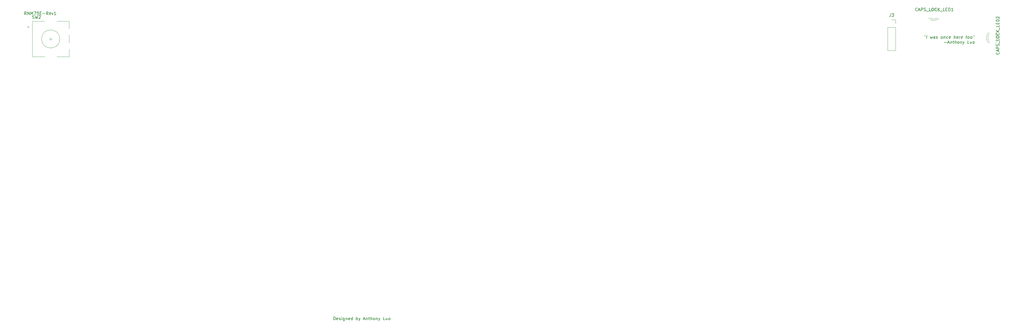
<source format=gbr>
%TF.GenerationSoftware,KiCad,Pcbnew,(5.1.9)-1*%
%TF.CreationDate,2021-05-17T13:38:32-04:00*%
%TF.ProjectId,rnm-75E,726e6d2d-3735-4452-9e6b-696361645f70,rev?*%
%TF.SameCoordinates,Original*%
%TF.FileFunction,Legend,Top*%
%TF.FilePolarity,Positive*%
%FSLAX46Y46*%
G04 Gerber Fmt 4.6, Leading zero omitted, Abs format (unit mm)*
G04 Created by KiCad (PCBNEW (5.1.9)-1) date 2021-05-17 13:38:32*
%MOMM*%
%LPD*%
G01*
G04 APERTURE LIST*
%ADD10C,0.150000*%
%ADD11C,0.120000*%
G04 APERTURE END LIST*
D10*
X360935922Y-101427380D02*
X360912113Y-101617857D01*
X361316875Y-101427380D02*
X361293065Y-101617857D01*
X361620446Y-102427380D02*
X361745446Y-101427380D01*
X362846636Y-101760714D02*
X362953779Y-102427380D01*
X363203779Y-101951190D01*
X363334732Y-102427380D01*
X363608541Y-101760714D01*
X364334732Y-102427380D02*
X364400208Y-101903571D01*
X364364494Y-101808333D01*
X364275208Y-101760714D01*
X364084732Y-101760714D01*
X363983541Y-101808333D01*
X364340684Y-102379761D02*
X364239494Y-102427380D01*
X364001398Y-102427380D01*
X363912113Y-102379761D01*
X363876398Y-102284523D01*
X363888303Y-102189285D01*
X363947827Y-102094047D01*
X364049017Y-102046428D01*
X364287113Y-102046428D01*
X364388303Y-101998809D01*
X364769255Y-102379761D02*
X364858541Y-102427380D01*
X365049017Y-102427380D01*
X365150208Y-102379761D01*
X365209732Y-102284523D01*
X365215684Y-102236904D01*
X365179970Y-102141666D01*
X365090684Y-102094047D01*
X364947827Y-102094047D01*
X364858541Y-102046428D01*
X364822827Y-101951190D01*
X364828779Y-101903571D01*
X364888303Y-101808333D01*
X364989494Y-101760714D01*
X365132351Y-101760714D01*
X365221636Y-101808333D01*
X366525208Y-102427380D02*
X366435922Y-102379761D01*
X366394255Y-102332142D01*
X366358541Y-102236904D01*
X366394255Y-101951190D01*
X366453779Y-101855952D01*
X366507351Y-101808333D01*
X366608541Y-101760714D01*
X366751398Y-101760714D01*
X366840684Y-101808333D01*
X366882351Y-101855952D01*
X366918065Y-101951190D01*
X366882351Y-102236904D01*
X366822827Y-102332142D01*
X366769255Y-102379761D01*
X366668065Y-102427380D01*
X366525208Y-102427380D01*
X367370446Y-101760714D02*
X367287113Y-102427380D01*
X367358541Y-101855952D02*
X367412113Y-101808333D01*
X367513303Y-101760714D01*
X367656160Y-101760714D01*
X367745446Y-101808333D01*
X367781160Y-101903571D01*
X367715684Y-102427380D01*
X368626398Y-102379761D02*
X368525208Y-102427380D01*
X368334732Y-102427380D01*
X368245446Y-102379761D01*
X368203779Y-102332142D01*
X368168065Y-102236904D01*
X368203779Y-101951190D01*
X368263303Y-101855952D01*
X368316875Y-101808333D01*
X368418065Y-101760714D01*
X368608541Y-101760714D01*
X368697827Y-101808333D01*
X369435922Y-102379761D02*
X369334732Y-102427380D01*
X369144255Y-102427380D01*
X369054970Y-102379761D01*
X369019255Y-102284523D01*
X369066875Y-101903571D01*
X369126398Y-101808333D01*
X369227589Y-101760714D01*
X369418065Y-101760714D01*
X369507351Y-101808333D01*
X369543065Y-101903571D01*
X369531160Y-101998809D01*
X369043065Y-102094047D01*
X370668065Y-102427380D02*
X370793065Y-101427380D01*
X371096636Y-102427380D02*
X371162113Y-101903571D01*
X371126398Y-101808333D01*
X371037113Y-101760714D01*
X370894255Y-101760714D01*
X370793065Y-101808333D01*
X370739494Y-101855952D01*
X371959732Y-102379761D02*
X371858541Y-102427380D01*
X371668065Y-102427380D01*
X371578779Y-102379761D01*
X371543065Y-102284523D01*
X371590684Y-101903571D01*
X371650208Y-101808333D01*
X371751398Y-101760714D01*
X371941875Y-101760714D01*
X372031160Y-101808333D01*
X372066875Y-101903571D01*
X372054970Y-101998809D01*
X371566875Y-102094047D01*
X372429970Y-102427380D02*
X372513303Y-101760714D01*
X372489494Y-101951190D02*
X372549017Y-101855952D01*
X372602589Y-101808333D01*
X372703779Y-101760714D01*
X372799017Y-101760714D01*
X373435922Y-102379761D02*
X373334732Y-102427380D01*
X373144255Y-102427380D01*
X373054970Y-102379761D01*
X373019255Y-102284523D01*
X373066875Y-101903571D01*
X373126398Y-101808333D01*
X373227589Y-101760714D01*
X373418065Y-101760714D01*
X373507351Y-101808333D01*
X373543065Y-101903571D01*
X373531160Y-101998809D01*
X373043065Y-102094047D01*
X374608541Y-101760714D02*
X374989494Y-101760714D01*
X374793065Y-101427380D02*
X374685922Y-102284523D01*
X374721636Y-102379761D01*
X374810922Y-102427380D01*
X374906160Y-102427380D01*
X375382351Y-102427380D02*
X375293065Y-102379761D01*
X375251398Y-102332142D01*
X375215684Y-102236904D01*
X375251398Y-101951190D01*
X375310922Y-101855952D01*
X375364494Y-101808333D01*
X375465684Y-101760714D01*
X375608541Y-101760714D01*
X375697827Y-101808333D01*
X375739494Y-101855952D01*
X375775208Y-101951190D01*
X375739494Y-102236904D01*
X375679970Y-102332142D01*
X375626398Y-102379761D01*
X375525208Y-102427380D01*
X375382351Y-102427380D01*
X376287113Y-102427380D02*
X376197827Y-102379761D01*
X376156160Y-102332142D01*
X376120446Y-102236904D01*
X376156160Y-101951190D01*
X376215684Y-101855952D01*
X376269255Y-101808333D01*
X376370446Y-101760714D01*
X376513303Y-101760714D01*
X376602589Y-101808333D01*
X376644255Y-101855952D01*
X376679970Y-101951190D01*
X376644255Y-102236904D01*
X376584732Y-102332142D01*
X376531160Y-102379761D01*
X376429970Y-102427380D01*
X376287113Y-102427380D01*
X377126398Y-101427380D02*
X377102589Y-101617857D01*
X377507351Y-101427380D02*
X377483541Y-101617857D01*
X367429970Y-103696428D02*
X368191875Y-103696428D01*
X368608541Y-103791666D02*
X369084732Y-103791666D01*
X368477589Y-104077380D02*
X368935922Y-103077380D01*
X369144255Y-104077380D01*
X369560922Y-103410714D02*
X369477589Y-104077380D01*
X369549017Y-103505952D02*
X369602589Y-103458333D01*
X369703779Y-103410714D01*
X369846636Y-103410714D01*
X369935922Y-103458333D01*
X369971636Y-103553571D01*
X369906160Y-104077380D01*
X370322827Y-103410714D02*
X370703779Y-103410714D01*
X370507351Y-103077380D02*
X370400208Y-103934523D01*
X370435922Y-104029761D01*
X370525208Y-104077380D01*
X370620446Y-104077380D01*
X370953779Y-104077380D02*
X371078779Y-103077380D01*
X371382351Y-104077380D02*
X371447827Y-103553571D01*
X371412113Y-103458333D01*
X371322827Y-103410714D01*
X371179970Y-103410714D01*
X371078779Y-103458333D01*
X371025208Y-103505952D01*
X372001398Y-104077380D02*
X371912113Y-104029761D01*
X371870446Y-103982142D01*
X371834732Y-103886904D01*
X371870446Y-103601190D01*
X371929970Y-103505952D01*
X371983541Y-103458333D01*
X372084732Y-103410714D01*
X372227589Y-103410714D01*
X372316875Y-103458333D01*
X372358541Y-103505952D01*
X372394255Y-103601190D01*
X372358541Y-103886904D01*
X372299017Y-103982142D01*
X372245446Y-104029761D01*
X372144255Y-104077380D01*
X372001398Y-104077380D01*
X372846636Y-103410714D02*
X372763303Y-104077380D01*
X372834732Y-103505952D02*
X372888303Y-103458333D01*
X372989494Y-103410714D01*
X373132351Y-103410714D01*
X373221636Y-103458333D01*
X373257351Y-103553571D01*
X373191875Y-104077380D01*
X373656160Y-103410714D02*
X373810922Y-104077380D01*
X374132351Y-103410714D02*
X373810922Y-104077380D01*
X373685922Y-104315476D01*
X373632351Y-104363095D01*
X373531160Y-104410714D01*
X375668065Y-104077380D02*
X375191875Y-104077380D01*
X375316875Y-103077380D01*
X376513303Y-103410714D02*
X376429970Y-104077380D01*
X376084732Y-103410714D02*
X376019255Y-103934523D01*
X376054970Y-104029761D01*
X376144255Y-104077380D01*
X376287113Y-104077380D01*
X376388303Y-104029761D01*
X376441875Y-103982142D01*
X377049017Y-104077380D02*
X376959732Y-104029761D01*
X376918065Y-103982142D01*
X376882351Y-103886904D01*
X376918065Y-103601190D01*
X376977589Y-103505952D01*
X377031160Y-103458333D01*
X377132351Y-103410714D01*
X377275208Y-103410714D01*
X377364494Y-103458333D01*
X377406160Y-103505952D01*
X377441875Y-103601190D01*
X377406160Y-103886904D01*
X377346636Y-103982142D01*
X377293065Y-104029761D01*
X377191875Y-104077380D01*
X377049017Y-104077380D01*
X63718511Y-94521130D02*
X63385178Y-94044940D01*
X63147083Y-94521130D02*
X63147083Y-93521130D01*
X63528035Y-93521130D01*
X63623273Y-93568750D01*
X63670892Y-93616369D01*
X63718511Y-93711607D01*
X63718511Y-93854464D01*
X63670892Y-93949702D01*
X63623273Y-93997321D01*
X63528035Y-94044940D01*
X63147083Y-94044940D01*
X64147083Y-94521130D02*
X64147083Y-93521130D01*
X64718511Y-94521130D01*
X64718511Y-93521130D01*
X65194702Y-94521130D02*
X65194702Y-93521130D01*
X65528035Y-94235416D01*
X65861369Y-93521130D01*
X65861369Y-94521130D01*
X66242321Y-93521130D02*
X66908988Y-93521130D01*
X66480416Y-94521130D01*
X67766130Y-93521130D02*
X67289940Y-93521130D01*
X67242321Y-93997321D01*
X67289940Y-93949702D01*
X67385178Y-93902083D01*
X67623273Y-93902083D01*
X67718511Y-93949702D01*
X67766130Y-93997321D01*
X67813750Y-94092559D01*
X67813750Y-94330654D01*
X67766130Y-94425892D01*
X67718511Y-94473511D01*
X67623273Y-94521130D01*
X67385178Y-94521130D01*
X67289940Y-94473511D01*
X67242321Y-94425892D01*
X68242321Y-93997321D02*
X68575654Y-93997321D01*
X68718511Y-94521130D02*
X68242321Y-94521130D01*
X68242321Y-93521130D01*
X68718511Y-93521130D01*
X69147083Y-94140178D02*
X69908988Y-94140178D01*
X70956607Y-94521130D02*
X70623273Y-94044940D01*
X70385178Y-94521130D02*
X70385178Y-93521130D01*
X70766130Y-93521130D01*
X70861369Y-93568750D01*
X70908988Y-93616369D01*
X70956607Y-93711607D01*
X70956607Y-93854464D01*
X70908988Y-93949702D01*
X70861369Y-93997321D01*
X70766130Y-94044940D01*
X70385178Y-94044940D01*
X71766130Y-94473511D02*
X71670892Y-94521130D01*
X71480416Y-94521130D01*
X71385178Y-94473511D01*
X71337559Y-94378273D01*
X71337559Y-93997321D01*
X71385178Y-93902083D01*
X71480416Y-93854464D01*
X71670892Y-93854464D01*
X71766130Y-93902083D01*
X71813750Y-93997321D01*
X71813750Y-94092559D01*
X71337559Y-94187797D01*
X72147083Y-93854464D02*
X72385178Y-94521130D01*
X72623273Y-93854464D01*
X73528035Y-94521130D02*
X72956607Y-94521130D01*
X73242321Y-94521130D02*
X73242321Y-93521130D01*
X73147083Y-93663988D01*
X73051845Y-93759226D01*
X72956607Y-93806845D01*
X165423345Y-195771880D02*
X165423345Y-194771880D01*
X165661440Y-194771880D01*
X165804297Y-194819500D01*
X165899535Y-194914738D01*
X165947154Y-195009976D01*
X165994773Y-195200452D01*
X165994773Y-195343309D01*
X165947154Y-195533785D01*
X165899535Y-195629023D01*
X165804297Y-195724261D01*
X165661440Y-195771880D01*
X165423345Y-195771880D01*
X166804297Y-195724261D02*
X166709059Y-195771880D01*
X166518583Y-195771880D01*
X166423345Y-195724261D01*
X166375726Y-195629023D01*
X166375726Y-195248071D01*
X166423345Y-195152833D01*
X166518583Y-195105214D01*
X166709059Y-195105214D01*
X166804297Y-195152833D01*
X166851916Y-195248071D01*
X166851916Y-195343309D01*
X166375726Y-195438547D01*
X167232869Y-195724261D02*
X167328107Y-195771880D01*
X167518583Y-195771880D01*
X167613821Y-195724261D01*
X167661440Y-195629023D01*
X167661440Y-195581404D01*
X167613821Y-195486166D01*
X167518583Y-195438547D01*
X167375726Y-195438547D01*
X167280488Y-195390928D01*
X167232869Y-195295690D01*
X167232869Y-195248071D01*
X167280488Y-195152833D01*
X167375726Y-195105214D01*
X167518583Y-195105214D01*
X167613821Y-195152833D01*
X168090011Y-195771880D02*
X168090011Y-195105214D01*
X168090011Y-194771880D02*
X168042392Y-194819500D01*
X168090011Y-194867119D01*
X168137630Y-194819500D01*
X168090011Y-194771880D01*
X168090011Y-194867119D01*
X168994773Y-195105214D02*
X168994773Y-195914738D01*
X168947154Y-196009976D01*
X168899535Y-196057595D01*
X168804297Y-196105214D01*
X168661440Y-196105214D01*
X168566202Y-196057595D01*
X168994773Y-195724261D02*
X168899535Y-195771880D01*
X168709059Y-195771880D01*
X168613821Y-195724261D01*
X168566202Y-195676642D01*
X168518583Y-195581404D01*
X168518583Y-195295690D01*
X168566202Y-195200452D01*
X168613821Y-195152833D01*
X168709059Y-195105214D01*
X168899535Y-195105214D01*
X168994773Y-195152833D01*
X169470964Y-195105214D02*
X169470964Y-195771880D01*
X169470964Y-195200452D02*
X169518583Y-195152833D01*
X169613821Y-195105214D01*
X169756678Y-195105214D01*
X169851916Y-195152833D01*
X169899535Y-195248071D01*
X169899535Y-195771880D01*
X170756678Y-195724261D02*
X170661440Y-195771880D01*
X170470964Y-195771880D01*
X170375726Y-195724261D01*
X170328107Y-195629023D01*
X170328107Y-195248071D01*
X170375726Y-195152833D01*
X170470964Y-195105214D01*
X170661440Y-195105214D01*
X170756678Y-195152833D01*
X170804297Y-195248071D01*
X170804297Y-195343309D01*
X170328107Y-195438547D01*
X171661440Y-195771880D02*
X171661440Y-194771880D01*
X171661440Y-195724261D02*
X171566202Y-195771880D01*
X171375726Y-195771880D01*
X171280488Y-195724261D01*
X171232869Y-195676642D01*
X171185250Y-195581404D01*
X171185250Y-195295690D01*
X171232869Y-195200452D01*
X171280488Y-195152833D01*
X171375726Y-195105214D01*
X171566202Y-195105214D01*
X171661440Y-195152833D01*
X172899535Y-195771880D02*
X172899535Y-194771880D01*
X172899535Y-195152833D02*
X172994773Y-195105214D01*
X173185250Y-195105214D01*
X173280488Y-195152833D01*
X173328107Y-195200452D01*
X173375726Y-195295690D01*
X173375726Y-195581404D01*
X173328107Y-195676642D01*
X173280488Y-195724261D01*
X173185250Y-195771880D01*
X172994773Y-195771880D01*
X172899535Y-195724261D01*
X173709059Y-195105214D02*
X173947154Y-195771880D01*
X174185250Y-195105214D02*
X173947154Y-195771880D01*
X173851916Y-196009976D01*
X173804297Y-196057595D01*
X173709059Y-196105214D01*
X175280488Y-195486166D02*
X175756678Y-195486166D01*
X175185250Y-195771880D02*
X175518583Y-194771880D01*
X175851916Y-195771880D01*
X176185250Y-195105214D02*
X176185250Y-195771880D01*
X176185250Y-195200452D02*
X176232869Y-195152833D01*
X176328107Y-195105214D01*
X176470964Y-195105214D01*
X176566202Y-195152833D01*
X176613821Y-195248071D01*
X176613821Y-195771880D01*
X176947154Y-195105214D02*
X177328107Y-195105214D01*
X177090011Y-194771880D02*
X177090011Y-195629023D01*
X177137630Y-195724261D01*
X177232869Y-195771880D01*
X177328107Y-195771880D01*
X177661440Y-195771880D02*
X177661440Y-194771880D01*
X178090011Y-195771880D02*
X178090011Y-195248071D01*
X178042392Y-195152833D01*
X177947154Y-195105214D01*
X177804297Y-195105214D01*
X177709059Y-195152833D01*
X177661440Y-195200452D01*
X178709059Y-195771880D02*
X178613821Y-195724261D01*
X178566202Y-195676642D01*
X178518583Y-195581404D01*
X178518583Y-195295690D01*
X178566202Y-195200452D01*
X178613821Y-195152833D01*
X178709059Y-195105214D01*
X178851916Y-195105214D01*
X178947154Y-195152833D01*
X178994773Y-195200452D01*
X179042392Y-195295690D01*
X179042392Y-195581404D01*
X178994773Y-195676642D01*
X178947154Y-195724261D01*
X178851916Y-195771880D01*
X178709059Y-195771880D01*
X179470964Y-195105214D02*
X179470964Y-195771880D01*
X179470964Y-195200452D02*
X179518583Y-195152833D01*
X179613821Y-195105214D01*
X179756678Y-195105214D01*
X179851916Y-195152833D01*
X179899535Y-195248071D01*
X179899535Y-195771880D01*
X180280488Y-195105214D02*
X180518583Y-195771880D01*
X180756678Y-195105214D02*
X180518583Y-195771880D01*
X180423345Y-196009976D01*
X180375726Y-196057595D01*
X180280488Y-196105214D01*
X182375726Y-195771880D02*
X181899535Y-195771880D01*
X181899535Y-194771880D01*
X183137630Y-195105214D02*
X183137630Y-195771880D01*
X182709059Y-195105214D02*
X182709059Y-195629023D01*
X182756678Y-195724261D01*
X182851916Y-195771880D01*
X182994773Y-195771880D01*
X183090011Y-195724261D01*
X183137630Y-195676642D01*
X183756678Y-195771880D02*
X183661440Y-195724261D01*
X183613821Y-195676642D01*
X183566202Y-195581404D01*
X183566202Y-195295690D01*
X183613821Y-195200452D01*
X183661440Y-195152833D01*
X183756678Y-195105214D01*
X183899535Y-195105214D01*
X183994773Y-195152833D01*
X184042392Y-195200452D01*
X184090011Y-195295690D01*
X184090011Y-195581404D01*
X184042392Y-195676642D01*
X183994773Y-195724261D01*
X183899535Y-195771880D01*
X183756678Y-195771880D01*
D11*
%TO.C,SW2*%
X74781500Y-102569500D02*
G75*
G03*
X74781500Y-102569500I-3000000J0D01*
G01*
X73781500Y-96669500D02*
X77881500Y-96669500D01*
X77881500Y-108469500D02*
X73781500Y-108469500D01*
X69781500Y-108469500D02*
X65681500Y-108469500D01*
X69781500Y-96669500D02*
X65681500Y-96669500D01*
X65681500Y-96669500D02*
X65681500Y-108469500D01*
X64281500Y-98769500D02*
X63981500Y-98469500D01*
X63981500Y-98469500D02*
X64581500Y-98469500D01*
X64581500Y-98469500D02*
X64281500Y-98769500D01*
X77881500Y-96669500D02*
X77881500Y-99069500D01*
X77881500Y-101269500D02*
X77881500Y-103869500D01*
X77881500Y-106069500D02*
X77881500Y-108469500D01*
X71781500Y-102069500D02*
X71781500Y-103069500D01*
X71281500Y-102569500D02*
X72281500Y-102569500D01*
%TO.C,CAPS_LOCK_LED2*%
X384605000Y-100573250D02*
X384449000Y-100573250D01*
X382289000Y-100573250D02*
X382133000Y-100573250D01*
X382289163Y-103174380D02*
G75*
G02*
X382289000Y-101092289I1079837J1041130D01*
G01*
X384448837Y-103174380D02*
G75*
G03*
X384449000Y-101092289I-1079837J1041130D01*
G01*
X382290392Y-103805585D02*
G75*
G02*
X382133484Y-100573250I1078608J1672335D01*
G01*
X384447608Y-103805585D02*
G75*
G03*
X384604516Y-100573250I-1078608J1672335D01*
G01*
%TO.C,CAPS_LOCK_LED1*%
X365561500Y-95749250D02*
X365561500Y-95593250D01*
X365561500Y-93433250D02*
X365561500Y-93277250D01*
X362960370Y-93433413D02*
G75*
G02*
X365042461Y-93433250I1041130J-1079837D01*
G01*
X362960370Y-95593087D02*
G75*
G03*
X365042461Y-95593250I1041130J1079837D01*
G01*
X362329165Y-93434642D02*
G75*
G02*
X365561500Y-93277734I1672335J-1078608D01*
G01*
X362329165Y-95591858D02*
G75*
G03*
X365561500Y-95748766I1672335J1078608D01*
G01*
%TO.C,J3*%
X348713750Y-98742500D02*
X351373750Y-98742500D01*
X348713750Y-98742500D02*
X348713750Y-106422500D01*
X348713750Y-106422500D02*
X351373750Y-106422500D01*
X351373750Y-98742500D02*
X351373750Y-106422500D01*
X351373750Y-96142500D02*
X351373750Y-97472500D01*
X350043750Y-96142500D02*
X351373750Y-96142500D01*
%TO.C,SW2*%
D10*
X65748166Y-95774261D02*
X65891023Y-95821880D01*
X66129119Y-95821880D01*
X66224357Y-95774261D01*
X66271976Y-95726642D01*
X66319595Y-95631404D01*
X66319595Y-95536166D01*
X66271976Y-95440928D01*
X66224357Y-95393309D01*
X66129119Y-95345690D01*
X65938642Y-95298071D01*
X65843404Y-95250452D01*
X65795785Y-95202833D01*
X65748166Y-95107595D01*
X65748166Y-95012357D01*
X65795785Y-94917119D01*
X65843404Y-94869500D01*
X65938642Y-94821880D01*
X66176738Y-94821880D01*
X66319595Y-94869500D01*
X66652928Y-94821880D02*
X66891023Y-95821880D01*
X67081500Y-95107595D01*
X67271976Y-95821880D01*
X67510071Y-94821880D01*
X67843404Y-94917119D02*
X67891023Y-94869500D01*
X67986261Y-94821880D01*
X68224357Y-94821880D01*
X68319595Y-94869500D01*
X68367214Y-94917119D01*
X68414833Y-95012357D01*
X68414833Y-95107595D01*
X68367214Y-95250452D01*
X67795785Y-95821880D01*
X68414833Y-95821880D01*
%TO.C,CAPS_LOCK_LED2*%
X385554942Y-107047447D02*
X385602561Y-107095066D01*
X385650180Y-107237923D01*
X385650180Y-107333161D01*
X385602561Y-107476019D01*
X385507323Y-107571257D01*
X385412085Y-107618876D01*
X385221609Y-107666495D01*
X385078752Y-107666495D01*
X384888276Y-107618876D01*
X384793038Y-107571257D01*
X384697800Y-107476019D01*
X384650180Y-107333161D01*
X384650180Y-107237923D01*
X384697800Y-107095066D01*
X384745419Y-107047447D01*
X385364466Y-106666495D02*
X385364466Y-106190304D01*
X385650180Y-106761733D02*
X384650180Y-106428400D01*
X385650180Y-106095066D01*
X385650180Y-105761733D02*
X384650180Y-105761733D01*
X384650180Y-105380780D01*
X384697800Y-105285542D01*
X384745419Y-105237923D01*
X384840657Y-105190304D01*
X384983514Y-105190304D01*
X385078752Y-105237923D01*
X385126371Y-105285542D01*
X385173990Y-105380780D01*
X385173990Y-105761733D01*
X385602561Y-104809352D02*
X385650180Y-104666495D01*
X385650180Y-104428400D01*
X385602561Y-104333161D01*
X385554942Y-104285542D01*
X385459704Y-104237923D01*
X385364466Y-104237923D01*
X385269228Y-104285542D01*
X385221609Y-104333161D01*
X385173990Y-104428400D01*
X385126371Y-104618876D01*
X385078752Y-104714114D01*
X385031133Y-104761733D01*
X384935895Y-104809352D01*
X384840657Y-104809352D01*
X384745419Y-104761733D01*
X384697800Y-104714114D01*
X384650180Y-104618876D01*
X384650180Y-104380780D01*
X384697800Y-104237923D01*
X385745419Y-104047447D02*
X385745419Y-103285542D01*
X385650180Y-102571257D02*
X385650180Y-103047447D01*
X384650180Y-103047447D01*
X384650180Y-102047447D02*
X384650180Y-101856971D01*
X384697800Y-101761733D01*
X384793038Y-101666495D01*
X384983514Y-101618876D01*
X385316847Y-101618876D01*
X385507323Y-101666495D01*
X385602561Y-101761733D01*
X385650180Y-101856971D01*
X385650180Y-102047447D01*
X385602561Y-102142685D01*
X385507323Y-102237923D01*
X385316847Y-102285542D01*
X384983514Y-102285542D01*
X384793038Y-102237923D01*
X384697800Y-102142685D01*
X384650180Y-102047447D01*
X385554942Y-100618876D02*
X385602561Y-100666495D01*
X385650180Y-100809352D01*
X385650180Y-100904590D01*
X385602561Y-101047447D01*
X385507323Y-101142685D01*
X385412085Y-101190304D01*
X385221609Y-101237923D01*
X385078752Y-101237923D01*
X384888276Y-101190304D01*
X384793038Y-101142685D01*
X384697800Y-101047447D01*
X384650180Y-100904590D01*
X384650180Y-100809352D01*
X384697800Y-100666495D01*
X384745419Y-100618876D01*
X385650180Y-100190304D02*
X384650180Y-100190304D01*
X385650180Y-99618876D02*
X385078752Y-100047447D01*
X384650180Y-99618876D02*
X385221609Y-100190304D01*
X385745419Y-99428400D02*
X385745419Y-98666495D01*
X385650180Y-97952209D02*
X385650180Y-98428400D01*
X384650180Y-98428400D01*
X385126371Y-97618876D02*
X385126371Y-97285542D01*
X385650180Y-97142685D02*
X385650180Y-97618876D01*
X384650180Y-97618876D01*
X384650180Y-97142685D01*
X385650180Y-96714114D02*
X384650180Y-96714114D01*
X384650180Y-96476019D01*
X384697800Y-96333161D01*
X384793038Y-96237923D01*
X384888276Y-96190304D01*
X385078752Y-96142685D01*
X385221609Y-96142685D01*
X385412085Y-96190304D01*
X385507323Y-96237923D01*
X385602561Y-96333161D01*
X385650180Y-96476019D01*
X385650180Y-96714114D01*
X384745419Y-95761733D02*
X384697800Y-95714114D01*
X384650180Y-95618876D01*
X384650180Y-95380780D01*
X384697800Y-95285542D01*
X384745419Y-95237923D01*
X384840657Y-95190304D01*
X384935895Y-95190304D01*
X385078752Y-95237923D01*
X385650180Y-95809352D01*
X385650180Y-95190304D01*
%TO.C,CAPS_LOCK_LED1*%
X358522152Y-93174942D02*
X358474533Y-93222561D01*
X358331676Y-93270180D01*
X358236438Y-93270180D01*
X358093580Y-93222561D01*
X357998342Y-93127323D01*
X357950723Y-93032085D01*
X357903104Y-92841609D01*
X357903104Y-92698752D01*
X357950723Y-92508276D01*
X357998342Y-92413038D01*
X358093580Y-92317800D01*
X358236438Y-92270180D01*
X358331676Y-92270180D01*
X358474533Y-92317800D01*
X358522152Y-92365419D01*
X358903104Y-92984466D02*
X359379295Y-92984466D01*
X358807866Y-93270180D02*
X359141200Y-92270180D01*
X359474533Y-93270180D01*
X359807866Y-93270180D02*
X359807866Y-92270180D01*
X360188819Y-92270180D01*
X360284057Y-92317800D01*
X360331676Y-92365419D01*
X360379295Y-92460657D01*
X360379295Y-92603514D01*
X360331676Y-92698752D01*
X360284057Y-92746371D01*
X360188819Y-92793990D01*
X359807866Y-92793990D01*
X360760247Y-93222561D02*
X360903104Y-93270180D01*
X361141200Y-93270180D01*
X361236438Y-93222561D01*
X361284057Y-93174942D01*
X361331676Y-93079704D01*
X361331676Y-92984466D01*
X361284057Y-92889228D01*
X361236438Y-92841609D01*
X361141200Y-92793990D01*
X360950723Y-92746371D01*
X360855485Y-92698752D01*
X360807866Y-92651133D01*
X360760247Y-92555895D01*
X360760247Y-92460657D01*
X360807866Y-92365419D01*
X360855485Y-92317800D01*
X360950723Y-92270180D01*
X361188819Y-92270180D01*
X361331676Y-92317800D01*
X361522152Y-93365419D02*
X362284057Y-93365419D01*
X362998342Y-93270180D02*
X362522152Y-93270180D01*
X362522152Y-92270180D01*
X363522152Y-92270180D02*
X363712628Y-92270180D01*
X363807866Y-92317800D01*
X363903104Y-92413038D01*
X363950723Y-92603514D01*
X363950723Y-92936847D01*
X363903104Y-93127323D01*
X363807866Y-93222561D01*
X363712628Y-93270180D01*
X363522152Y-93270180D01*
X363426914Y-93222561D01*
X363331676Y-93127323D01*
X363284057Y-92936847D01*
X363284057Y-92603514D01*
X363331676Y-92413038D01*
X363426914Y-92317800D01*
X363522152Y-92270180D01*
X364950723Y-93174942D02*
X364903104Y-93222561D01*
X364760247Y-93270180D01*
X364665009Y-93270180D01*
X364522152Y-93222561D01*
X364426914Y-93127323D01*
X364379295Y-93032085D01*
X364331676Y-92841609D01*
X364331676Y-92698752D01*
X364379295Y-92508276D01*
X364426914Y-92413038D01*
X364522152Y-92317800D01*
X364665009Y-92270180D01*
X364760247Y-92270180D01*
X364903104Y-92317800D01*
X364950723Y-92365419D01*
X365379295Y-93270180D02*
X365379295Y-92270180D01*
X365950723Y-93270180D02*
X365522152Y-92698752D01*
X365950723Y-92270180D02*
X365379295Y-92841609D01*
X366141200Y-93365419D02*
X366903104Y-93365419D01*
X367617390Y-93270180D02*
X367141200Y-93270180D01*
X367141200Y-92270180D01*
X367950723Y-92746371D02*
X368284057Y-92746371D01*
X368426914Y-93270180D02*
X367950723Y-93270180D01*
X367950723Y-92270180D01*
X368426914Y-92270180D01*
X368855485Y-93270180D02*
X368855485Y-92270180D01*
X369093580Y-92270180D01*
X369236438Y-92317800D01*
X369331676Y-92413038D01*
X369379295Y-92508276D01*
X369426914Y-92698752D01*
X369426914Y-92841609D01*
X369379295Y-93032085D01*
X369331676Y-93127323D01*
X369236438Y-93222561D01*
X369093580Y-93270180D01*
X368855485Y-93270180D01*
X370379295Y-93270180D02*
X369807866Y-93270180D01*
X370093580Y-93270180D02*
X370093580Y-92270180D01*
X369998342Y-92413038D01*
X369903104Y-92508276D01*
X369807866Y-92555895D01*
%TO.C,J3*%
X349710416Y-94154880D02*
X349710416Y-94869166D01*
X349662797Y-95012023D01*
X349567559Y-95107261D01*
X349424702Y-95154880D01*
X349329464Y-95154880D01*
X350091369Y-94154880D02*
X350710416Y-94154880D01*
X350377083Y-94535833D01*
X350519940Y-94535833D01*
X350615178Y-94583452D01*
X350662797Y-94631071D01*
X350710416Y-94726309D01*
X350710416Y-94964404D01*
X350662797Y-95059642D01*
X350615178Y-95107261D01*
X350519940Y-95154880D01*
X350234226Y-95154880D01*
X350138988Y-95107261D01*
X350091369Y-95059642D01*
%TD*%
M02*

</source>
